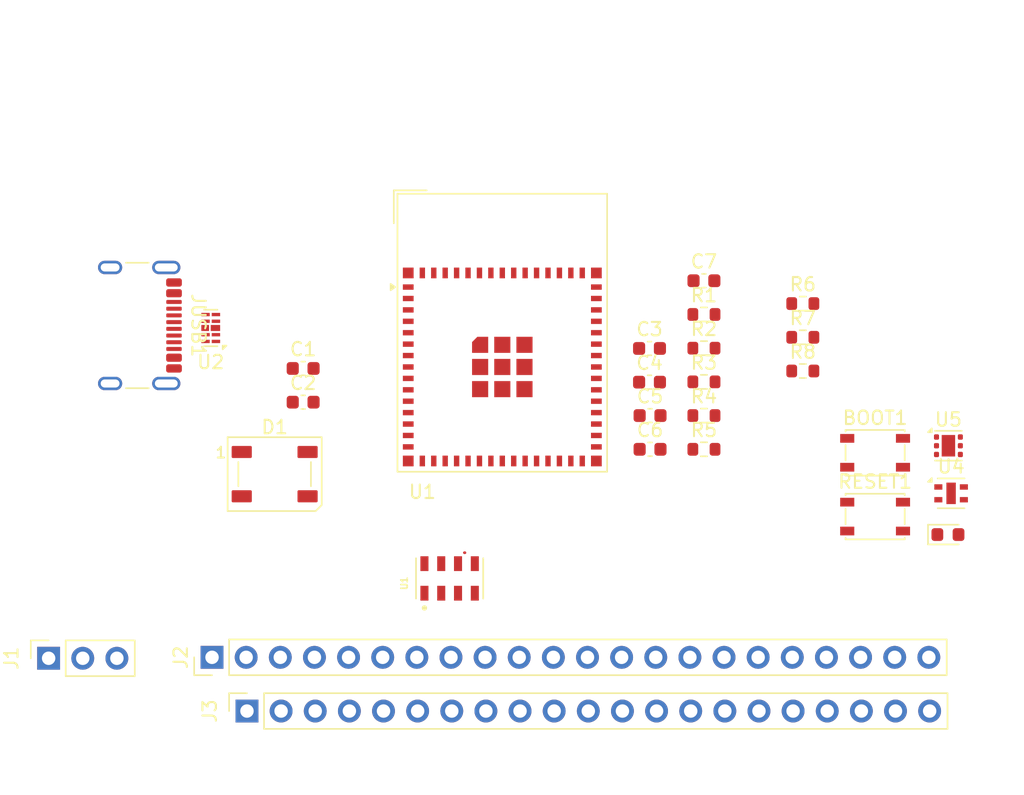
<source format=kicad_pcb>
(kicad_pcb (version 20241229) (generator "pcbnew") (generator_version "9.0")
  (layers (0 "F.Cu" signal) (2 "B.Cu" signal) (13 "F.Paste" user) (15 "B.Paste" user) (5 "F.SilkS" user "F.Silkscreen") (7 "B.SilkS" user "B.Silkscreen") (1 "F.Mask" user) (3 "B.Mask" user) (25 "Edge.Cuts" user))
  (net 0 "")
  (net 1 "Net-(U1-GND-Pad1)")
  (net 4 "GND")
  (net 5 "/3V3")
  (net 6 "/ESP32_EN")
  (net 7 "/GPIO0")
  (net 8 "/5VUSB")
  (net 10 "/GPIO48")
  (net 11 "Net-(D2-A)")
  (net 12 "Net-(JUSB1-CC2)")
  (net 13 "/USB_P")
  (net 15 "Net-(JUSB1-CC1)")
  (net 17 "/USB_N")
  (net 18 "/I2C_SCL")
  (net 19 "/I2C_SDA")
  (net 20 "Net-(U5-FB)")
  (net 24 "/GPIO4")
  (net 25 "/GPIO11")
  (net 26 "/GPIO21")
  (net 27 "/GPIO3")
  (net 28 "/GPIO34")
  (net 29 "/GPIO2")
  (net 30 "/GPIO47")
  (net 31 "/RXD")
  (net 32 "/GPIO5")
  (net 33 "/GPIO9")
  (net 34 "/GPIO45")
  (net 35 "/GPIO33")
  (net 36 "/GPIO12")
  (net 37 "/GPIO14")
  (net 38 "/GPIO35")
  (net 39 "/GPIO41")
  (net 40 "/GPIO15")
  (net 41 "/GPIO26")
  (net 42 "/GPIO37")
  (net 43 "/GPIO8")
  (net 44 "/GPIO42")
  (net 45 "/GPIO13")
  (net 46 "/GPIO16")
  (net 47 "/GPIO6")
  (net 48 "/GPIO38")
  (net 49 "/GPIO36")
  (net 50 "/GPIO10")
  (net 51 "/GPIO46")
  (net 52 "/GPIO39")
  (net 53 "/TXD")
  (net 54 "/GPIO7")
  (net 55 "/GPIO40")
  (net 56 "/GPIO1")
  (footprint "Capacitor_SMD:C_0603_1608Metric" (layer "F.Cu") (at 122.775 92.51)
    (property "Reference" "C4" (at 0 -1.43 0) (layer "F.SilkS"))
    (property "Value" "0.1uF")
    (fp_line (start -0.14058 -0.51) (end 0.14058 -0.51) (stroke (width 0.12)) (layer "F.SilkS"))
    (fp_line (start -0.14058 0.51) (end 0.14058 0.51) (stroke (width 0.12)) (layer "F.SilkS"))
    (pad "1" smd roundrect (at -0.775 0) (size 0.9 0.95) (layers "F.Cu" "F.Mask" "F.Paste") (net 7 "/GPIO0"))
    (pad "2" smd roundrect (at 0.775 0) (size 0.9 0.95) (layers "F.Cu" "F.Mask" "F.Paste") (net 4 "GND"))
  )
  (footprint "Resistor_SMD:R_0603_1608Metric" (layer "F.Cu") (at 134.1825 91.68)
    (property "Reference" "R8" (at 0 -1.43 0) (layer "F.SilkS"))
    (property "Value" "5.1k")
    (fp_line (start -0.237258 -0.5225) (end 0.237258 -0.5225) (stroke (width 0.12)) (layer "F.SilkS"))
    (fp_line (start -0.237258 0.5225) (end 0.237258 0.5225) (stroke (width 0.12)) (layer "F.SilkS"))
    (pad "1" smd roundrect (at -0.825 0) (size 0.8 0.95) (layers "F.Cu" "F.Mask" "F.Paste") (net 5 "/3V3"))
    (pad "2" smd roundrect (at 0.825 0) (size 0.8 0.95) (layers "F.Cu" "F.Mask" "F.Paste") (net 11 "Net-(D2-A)"))
  )
  (footprint "Capacitor_SMD:C_0603_1608Metric" (layer "F.Cu") (at 97 94)
    (property "Reference" "C2" (at 0 -1.43 0) (layer "F.SilkS"))
    (property "Value" "10uF")
    (fp_line (start -0.14058 -0.51) (end 0.14058 -0.51) (stroke (width 0.12)) (layer "F.SilkS"))
    (fp_line (start -0.14058 0.51) (end 0.14058 0.51) (stroke (width 0.12)) (layer "F.SilkS"))
    (pad "1" smd roundrect (at -0.775 0) (size 0.9 0.95) (layers "F.Cu" "F.Mask" "F.Paste") (net 5 "/3V3"))
    (pad "2" smd roundrect (at 0.775 0) (size 0.9 0.95) (layers "F.Cu" "F.Mask" "F.Paste") (net 4 "GND"))
  )
  (footprint "Package_DFN_QFN:AMS_QFN-4-1EP_2x2mm_P0.95mm_EP0.7x1.6mm" (layer "F.Cu") (at 145.2175 100.79)
    (property "Reference" "U4" (at 0 -2 0) (layer "F.SilkS"))
    (property "Value" "ENS210")
    (fp_line (start -1 1.11) (end 1 1.11) (stroke (width 0.12)) (layer "F.SilkS"))
    (fp_line (start 1 -1.11) (end -1 -1.11) (stroke (width 0.12)) (layer "F.SilkS"))
    (fp_poly (pts (xy -1.44 -0.86) (xy -1.72 -0.86) (xy -1.44 -1.14) (xy -1.44 -0.86)) (stroke (width 0.12)) (fill yes) (layer "F.SilkS"))
    (pad "1" smd rect (at -0.95 -0.475) (size 0.6 0.4) (layers "F.Cu" "F.Mask" "F.Paste") (net 5 "/3V3"))
    (pad "2" smd rect (at -0.95 0.475) (size 0.6 0.4) (layers "F.Cu" "F.Mask" "F.Paste") (net 18 "/I2C_SCL"))
    (pad "3" smd rect (at 0.95 0.475) (size 0.6 0.4) (layers "F.Cu" "F.Mask" "F.Paste") (net 19 "/I2C_SDA"))
    (pad "4" smd rect (at 0.95 -0.475) (size 0.6 0.4) (layers "F.Cu" "F.Mask" "F.Paste") (net 4 "GND"))
    (pad "5" smd rect (at 0 0) (size 0.7 1.6) (layers "F.Cu" "F.Mask") (net 4 "GND"))
  )
  (footprint "Connector_PinSocket_2.54mm:PinSocket_1x21_P2.54mm_Vertical" (layer "F.Cu") (at 92.82 117 90)
    (property "Reference" "J3" (at 0 -2.77 90) (layer "F.SilkS"))
    (property "Value" "Conn_01x21_Pin")
    (fp_line (start 1.33 -1.33) (end 1.33 0) (stroke (width 0.12)) (layer "F.SilkS"))
    (fp_line (start 0 -1.33) (end 1.33 -1.33) (stroke (width 0.12)) (layer "F.SilkS"))
    (fp_line (start 1.33 1.27) (end 1.33 52.13) (stroke (width 0.12)) (layer "F.SilkS"))
    (fp_line (start -1.33 1.27) (end 1.33 1.27) (stroke (width 0.12)) (layer "F.SilkS"))
    (fp_line (start -1.33 1.27) (end -1.33 52.13) (stroke (width 0.12)) (layer "F.SilkS"))
    (fp_line (start -1.33 52.13) (end 1.33 52.13) (stroke (width 0.12)) (layer "F.SilkS"))
    (pad "1" thru_hole rect (at 0 0 90) (size 1.7 1.7) (drill 1) (layers "*.Cu" "*.Mask") (net 4 "GND"))
    (pad "2" thru_hole oval (at 0 2.54 90) (size 1.7 1.7) (drill 1) (layers "*.Cu" "*.Mask") (net 6 "/ESP32_EN"))
    (pad "3" thru_hole oval (at 0 5.08 90) (size 1.7 1.7) (drill 1) (layers "*.Cu" "*.Mask") (net 51 "/GPIO46"))
    (pad "4" thru_hole oval (at 0 7.62 90) (size 1.7 1.7) (drill 1) (layers "*.Cu" "*.Mask") (net 34 "/GPIO45"))
    (pad "5" thru_hole oval (at 0 10.16 90) (size 1.7 1.7) (drill 1) (layers "*.Cu" "*.Mask") (net 31 "/RXD"))
    (pad "6" thru_hole oval (at 0 12.7 90) (size 1.7 1.7) (drill 1) (layers "*.Cu" "*.Mask") (net 53 "/TXD"))
    (pad "7" thru_hole oval (at 0 15.24 90) (size 1.7 1.7) (drill 1) (layers "*.Cu" "*.Mask") (net 44 "/GPIO42"))
    (pad "8" thru_hole oval (at 0 17.78 90) (size 1.7 1.7) (drill 1) (layers "*.Cu" "*.Mask") (net 39 "/GPIO41"))
    (pad "9" thru_hole oval (at 0 20.32 90) (size 1.7 1.7) (drill 1) (layers "*.Cu" "*.Mask") (net 55 "/GPIO40"))
    (pad "10" thru_hole oval (at 0 22.86 90) (size 1.7 1.7) (drill 1) (layers "*.Cu" "*.Mask") (net 52 "/GPIO39"))
    (pad "11" thru_hole oval (at 0 25.4 90) (size 1.7 1.7) (drill 1) (layers "*.Cu" "*.Mask") (net 48 "/GPIO38"))
    (pad "12" thru_hole oval (at 0 27.94 90) (size 1.7 1.7) (drill 1) (layers "*.Cu" "*.Mask") (net 42 "/GPIO37"))
    (pad "13" thru_hole oval (at 0 30.48 90) (size 1.7 1.7) (drill 1) (layers "*.Cu" "*.Mask") (net 49 "/GPIO36"))
    (pad "14" thru_hole oval (at 0 33.02 90) (size 1.7 1.7) (drill 1) (layers "*.Cu" "*.Mask") (net 38 "/GPIO35"))
    (pad "15" thru_hole oval (at 0 35.56 90) (size 1.7 1.7) (drill 1) (layers "*.Cu" "*.Mask") (net 28 "/GPIO34"))
    (pad "16" thru_hole oval (at 0 38.1 90) (size 1.7 1.7) (drill 1) (layers "*.Cu" "*.Mask") (net 35 "/GPIO33"))
    (pad "17" thru_hole oval (at 0 40.64 90) (size 1.7 1.7) (drill 1) (layers "*.Cu" "*.Mask") (net 41 "/GPIO26"))
    (pad "18" thru_hole oval (at 0 43.18 90) (size 1.7 1.7) (drill 1) (layers "*.Cu" "*.Mask") (net 26 "/GPIO21"))
    (pad "19" thru_hole oval (at 0 45.72 90) (size 1.7 1.7) (drill 1) (layers "*.Cu" "*.Mask"))
    (pad "20" thru_hole oval (at 0 48.26 90) (size 1.7 1.7) (drill 1) (layers "*.Cu" "*.Mask"))
    (pad "21" thru_hole oval (at 0 50.8 90) (size 1.7 1.7) (drill 1) (layers "*.Cu" "*.Mask") (net 10 "/GPIO48"))
  )
  (footprint "Button_Switch_SMD:SW_SPST_PTS810" (layer "F.Cu") (at 139.5625 97.77)
    (property "Reference" "BOOT1" (at 0 -2.6 0) (layer "F.SilkS"))
    (property "Value" "~")
    (fp_line (start -2.2 -1.7) (end -2.2 -1.58) (stroke (width 0.12)) (layer "F.SilkS"))
    (fp_line (start -2.2 -0.57) (end -2.2 0.57) (stroke (width 0.12)) (layer "F.SilkS"))
    (fp_line (start -2.2 1.58) (end -2.2 1.7) (stroke (width 0.12)) (layer "F.SilkS"))
    (fp_line (start -2.2 1.7) (end 2.2 1.7) (stroke (width 0.12)) (layer "F.SilkS"))
    (fp_line (start 2.2 -1.7) (end -2.2 -1.7) (stroke (width 0.12)) (layer "F.SilkS"))
    (fp_line (start 2.2 -1.58) (end 2.2 -1.7) (stroke (width 0.12)) (layer "F.SilkS"))
    (fp_line (start 2.2 0.57) (end 2.2 -0.57) (stroke (width 0.12)) (layer "F.SilkS"))
    (fp_line (start 2.2 1.7) (end 2.2 1.58) (stroke (width 0.12)) (layer "F.SilkS"))
    (pad "1" smd rect (at -2.075 -1.075) (size 1.05 0.65) (layers "F.Cu" "F.Mask" "F.Paste") (net 4 "GND"))
    (pad "1" smd rect (at 2.075 -1.075) (size 1.05 0.65) (layers "F.Cu" "F.Mask" "F.Paste") (net 4 "GND"))
    (pad "2" smd rect (at -2.075 1.075) (size 1.05 0.65) (layers "F.Cu" "F.Mask" "F.Paste") (net 4 "GND"))
    (pad "2" smd rect (at 2.075 1.075) (size 1.05 0.65) (layers "F.Cu" "F.Mask" "F.Paste") (net 4 "GND"))
  )
  (footprint "Capacitor_SMD:C_0603_1608Metric" (layer "F.Cu") (at 126.825 84.96)
    (property "Reference" "C7" (at 0 -1.43 0) (layer "F.SilkS"))
    (property "Value" "10uF")
    (fp_line (start -0.14058 -0.51) (end 0.14058 -0.51) (stroke (width 0.12)) (layer "F.SilkS"))
    (fp_line (start -0.14058 0.51) (end 0.14058 0.51) (stroke (width 0.12)) (layer "F.SilkS"))
    (pad "1" smd roundrect (at -0.775 0) (size 0.9 0.95) (layers "F.Cu" "F.Mask" "F.Paste") (net 5 "/3V3"))
    (pad "2" smd roundrect (at 0.775 0) (size 0.9 0.95) (layers "F.Cu" "F.Mask" "F.Paste") (net 4 "GND"))
  )
  (footprint "Resistor_SMD:R_0603_1608Metric" (layer "F.Cu") (at 126.825 87.47)
    (property "Reference" "R1" (at 0 -1.43 0) (layer "F.SilkS"))
    (property "Value" "5.1k")
    (fp_line (start -0.237258 -0.5225) (end 0.237258 -0.5225) (stroke (width 0.12)) (layer "F.SilkS"))
    (fp_line (start -0.237258 0.5225) (end 0.237258 0.5225) (stroke (width 0.12)) (layer "F.SilkS"))
    (pad "1" smd roundrect (at -0.825 0) (size 0.8 0.95) (layers "F.Cu" "F.Mask" "F.Paste") (net 12 "Net-(JUSB1-CC2)"))
    (pad "2" smd roundrect (at 0.825 0) (size 0.8 0.95) (layers "F.Cu" "F.Mask" "F.Paste") (net 4 "GND"))
  )
  (footprint "Capacitor_SMD:C_0603_1608Metric" (layer "F.Cu") (at 122.775 90)
    (property "Reference" "C3" (at 0 -1.43 0) (layer "F.SilkS"))
    (property "Value" "0.1uF")
    (fp_line (start -0.14058 -0.51) (end 0.14058 -0.51) (stroke (width 0.12)) (layer "F.SilkS"))
    (fp_line (start -0.14058 0.51) (end 0.14058 0.51) (stroke (width 0.12)) (layer "F.SilkS"))
    (pad "1" smd roundrect (at -0.775 0) (size 0.9 0.95) (layers "F.Cu" "F.Mask" "F.Paste") (net 6 "/ESP32_EN"))
    (pad "2" smd roundrect (at 0.775 0) (size 0.9 0.95) (layers "F.Cu" "F.Mask" "F.Paste") (net 4 "GND"))
  )
  (footprint "MS860702BA01-50:TE_MS860702BA01-50" (layer "F.Cu") (at 107.9 107.125 90)
    (property "Reference" "U1" (at -0.366363 -3.368176 90) (layer "F.SilkS") (effects (font (size 0.480481 0.480481))))
    (property "Value" "MS860702BA01-50")
    (fp_line (start -1.5 -2.5) (end 1.5 -2.5) (stroke (width 0.127)) (layer "F.SilkS"))
    (fp_line (start -1.5 2.5) (end 1.5 2.5) (stroke (width 0.127)) (layer "F.SilkS"))
    (fp_circle (center -2.2 -1.875) (end -2.1 -1.875) (stroke (width 0.2)) (fill no) (layer "F.SilkS"))
    (pad "1" smd rect (at -1.1 -1.875 90) (size 1.1 0.6) (layers "F.Cu" "F.Mask" "F.Paste") (net 5 "/3V3"))
    (pad "2" smd rect (at -1.1 -0.625 90) (size 1.1 0.6) (layers "F.Cu" "F.Mask" "F.Paste"))
    (pad "3" smd rect (at -1.1 0.625 90) (size 1.1 0.6) (layers "F.Cu" "F.Mask" "F.Paste") (net 4 "GND"))
    (pad "4" smd rect (at -1.1 1.875 90) (size 1.1 0.6) (layers "F.Cu" "F.Mask" "F.Paste"))
    (pad "5" smd rect (at 1.1 1.875 90) (size 1.1 0.6) (layers "F.Cu" "F.Mask" "F.Paste"))
    (pad "6" smd rect (at 1.1 0.625 90) (size 1.1 0.6) (layers "F.Cu" "F.Mask" "F.Paste"))
    (pad "7" smd rect (at 1.1 -0.625 90) (size 1.1 0.6) (layers "F.Cu" "F.Mask" "F.Paste") (net 19 "/I2C_SDA"))
    (pad "8" smd rect (at 1.1 -1.875 90) (size 1.1 0.6) (layers "F.Cu" "F.Mask" "F.Paste") (net 18 "/I2C_SCL"))
  )
  (footprint "Package_SON:WSON-6-1EP_2x2mm_P0.65mm_EP1x1.6mm" (layer "F.Cu") (at 145.0175 97.245)
    (property "Reference" "U5" (at 0 -1.95 0) (layer "F.SilkS"))
    (property "Value" "TLV75801PDRV")
    (fp_line (start -1 -1.11) (end 1 -1.11) (stroke (width 0.12)) (layer "F.SilkS"))
    (fp_line (start -1 1.11) (end 1 1.11) (stroke (width 0.12)) (layer "F.SilkS"))
    (fp_poly (pts (xy -1.24 -1.01) (xy -1.52 -1.01) (xy -1.24 -1.29) (xy -1.24 -1.01)) (stroke (width 0.12)) (fill yes) (layer "F.SilkS"))
    (pad "1" smd roundrect (at -0.8875 -0.65) (size 0.375 0.4) (layers "F.Cu" "F.Mask" "F.Paste") (net 5 "/3V3"))
    (pad "2" smd roundrect (at -0.8875 0) (size 0.375 0.4) (layers "F.Cu" "F.Mask" "F.Paste") (net 20 "Net-(U5-FB)"))
    (pad "3" smd roundrect (at -0.8875 0.65) (size 0.375 0.4) (layers "F.Cu" "F.Mask" "F.Paste") (net 4 "GND"))
    (pad "4" smd roundrect (at 0.8875 0.65) (size 0.375 0.4) (layers "F.Cu" "F.Mask" "F.Paste") (net 8 "/5VUSB"))
    (pad "5" smd roundrect (at 0.8875 0) (size 0.375 0.4) (layers "F.Cu" "F.Mask" "F.Paste"))
    (pad "6" smd roundrect (at 0.8875 -0.65) (size 0.375 0.4) (layers "F.Cu" "F.Mask" "F.Paste") (net 8 "/5VUSB"))
    (pad "7" smd rect (at 0 0) (size 1 1.6) (property pad_prop_heatsink) (layers "F.Cu" "F.Mask") (net 4 "GND"))
  )
  (footprint "Capacitor_SMD:C_0603_1608Metric" (layer "F.Cu") (at 122.815 95)
    (property "Reference" "C5" (at 0 -1.43 0) (layer "F.SilkS"))
    (property "Value" "0.1uF")
    (fp_line (start -0.14058 -0.51) (end 0.14058 -0.51) (stroke (width 0.12)) (layer "F.SilkS"))
    (fp_line (start -0.14058 0.51) (end 0.14058 0.51) (stroke (width 0.12)) (layer "F.SilkS"))
    (pad "1" smd roundrect (at -0.775 0) (size 0.9 0.95) (layers "F.Cu" "F.Mask" "F.Paste") (net 5 "/3V3"))
    (pad "2" smd roundrect (at 0.775 0) (size 0.9 0.95) (layers "F.Cu" "F.Mask" "F.Paste") (net 4 "GND"))
  )
  (footprint "Resistor_SMD:R_0603_1608Metric" (layer "F.Cu") (at 134.1825 86.66)
    (property "Reference" "R6" (at 0 -1.43 0) (layer "F.SilkS"))
    (property "Value" "1M")
    (fp_line (start -0.237258 -0.5225) (end 0.237258 -0.5225) (stroke (width 0.12)) (layer "F.SilkS"))
    (fp_line (start -0.237258 0.5225) (end 0.237258 0.5225) (stroke (width 0.12)) (layer "F.SilkS"))
    (pad "1" smd roundrect (at -0.825 0) (size 0.8 0.95) (layers "F.Cu" "F.Mask" "F.Paste") (net 20 "Net-(U5-FB)"))
    (pad "2" smd roundrect (at 0.825 0) (size 0.8 0.95) (layers "F.Cu" "F.Mask" "F.Paste") (net 5 "/3V3"))
  )
  (footprint "LED_SMD:LED_0603_1608Metric" (layer "F.Cu") (at 144.9825 103.86)
    (property "Reference" "D2" (hide yes))
    (property "Value" "LED")
    (fp_line (start -1.485 -0.735) (end -1.485 0.735) (stroke (width 0.12)) (layer "F.SilkS"))
    (fp_line (start -1.485 0.735) (end 0.8 0.735) (stroke (width 0.12)) (layer "F.SilkS"))
    (fp_line (start 0.8 -0.735) (end -1.485 -0.735) (stroke (width 0.12)) (layer "F.SilkS"))
    (pad "1" smd roundrect (at -0.7875 0) (size 0.875 0.95) (layers "F.Cu" "F.Mask" "F.Paste") (net 4 "GND"))
    (pad "2" smd roundrect (at 0.7875 0) (size 0.875 0.95) (layers "F.Cu" "F.Mask" "F.Paste") (net 11 "Net-(D2-A)"))
  )
  (footprint "Capacitor_SMD:C_0603_1608Metric" (layer "F.Cu") (at 97 91.49)
    (property "Reference" "C1" (at 0 -1.43 0) (layer "F.SilkS"))
    (property "Value" "0.1uF")
    (fp_line (start -0.14058 -0.51) (end 0.14058 -0.51) (stroke (width 0.12)) (layer "F.SilkS"))
    (fp_line (start -0.14058 0.51) (end 0.14058 0.51) (stroke (width 0.12)) (layer "F.SilkS"))
    (pad "1" smd roundrect (at -0.775 0) (size 0.9 0.95) (layers "F.Cu" "F.Mask" "F.Paste") (net 5 "/3V3"))
    (pad "2" smd roundrect (at 0.775 0) (size 0.9 0.95) (layers "F.Cu" "F.Mask" "F.Paste") (net 4 "GND"))
  )
  (footprint "RF_Module:ESP32-S2-MINI-1" (layer "F.Cu") (at 111.82 88.83)
    (property "Reference" "U1" (at -5.95 11.85 0) (layer "F.SilkS"))
    (property "Value" "ESP32-S3-MINI-1")
    (fp_line (start -8.075 -10.6) (end -8.075 -8.15) (stroke (width 0.12)) (layer "F.SilkS"))
    (fp_line (start -8.075 -10.6) (end -5.625 -10.6) (stroke (width 0.12)) (layer "F.SilkS"))
    (fp_line (start -7.8 -10.35) (end 7.8 -10.35) (stroke (width 0.12)) (layer "F.SilkS"))
    (fp_line (start -7.8 10.35) (end -7.8 -10.35) (stroke (width 0.12)) (layer "F.SilkS"))
    (fp_line (start 7.8 -10.35) (end 7.8 10.35) (stroke (width 0.12)) (layer "F.SilkS"))
    (fp_line (start 7.8 10.35) (end -7.8 10.35) (stroke (width 0.12)) (layer "F.SilkS"))
    (fp_poly (pts (xy -7.975 -3.4) (xy -8.311 -3.16) (xy -8.311 -3.64) (xy -7.975 -3.4)) (stroke (width 0.12)) (fill yes) (layer "F.SilkS"))
    (pad "1" smd rect (at -7 -3.4) (size 0.8 0.4) (layers "F.Cu" "F.Mask" "F.Paste") (net 1 "Net-(U1-GND-Pad1)"))
    (pad "2" smd rect (at -7 -2.55) (size 0.8 0.4) (layers "F.Cu" "F.Mask" "F.Paste") (net 1 "Net-(U1-GND-Pad1)"))
    (pad "3" smd rect (at -7 -1.7) (size 0.8 0.4) (layers "F.Cu" "F.Mask" "F.Paste"))
    (pad "4" smd rect (at -7 -0.85) (size 0.8 0.4) (layers "F.Cu" "F.Mask" "F.Paste"))
    (pad "5" smd rect (at -7 0) (size 0.8 0.4) (layers "F.Cu" "F.Mask" "F.Paste") (net 7 "/GPIO0"))
    (pad "6" smd rect (at -7 0.85) (size 0.8 0.4) (layers "F.Cu" "F.Mask" "F.Paste") (net 56 "/GPIO1"))
    (pad "7" smd rect (at -7 1.7) (size 0.8 0.4) (layers "F.Cu" "F.Mask" "F.Paste") (net 29 "/GPIO2"))
    (pad "8" smd rect (at -7 2.55) (size 0.8 0.4) (layers "F.Cu" "F.Mask" "F.Paste") (net 27 "/GPIO3"))
    (pad "9" smd rect (at -7 3.4) (size 0.8 0.4) (layers "F.Cu" "F.Mask" "F.Paste") (net 24 "/GPIO4"))
    (pad "10" smd rect (at -7 4.25) (size 0.8 0.4) (layers "F.Cu" "F.Mask" "F.Paste") (net 32 "/GPIO5"))
    (pad "11" smd rect (at -7 5.1) (size 0.8 0.4) (layers "F.Cu" "F.Mask" "F.Paste") (net 47 "/GPIO6"))
    (pad "12" smd rect (at -7 5.95) (size 0.8 0.4) (layers "F.Cu" "F.Mask" "F.Paste") (net 54 "/GPIO7"))
    (pad "13" smd rect (at -7 6.8) (size 0.8 0.4) (layers "F.Cu" "F.Mask" "F.Paste") (net 43 "/GPIO8"))
    (pad "14" smd rect (at -7 7.65) (size 0.8 0.4) (layers "F.Cu" "F.Mask" "F.Paste") (net 33 "/GPIO9"))
    (pad "15" smd rect (at -7 8.5) (size 0.8 0.4) (layers "F.Cu" "F.Mask" "F.Paste") (net 50 "/GPIO10"))
    (pad "16" smd rect (at -5.95 9.55 90) (size 0.8 0.4) (layers "F.Cu" "F.Mask" "F.Paste") (net 25 "/GPIO11"))
    (pad "17" smd rect (at -5.1 9.55 90) (size 0.8 0.4) (layers "F.Cu" "F.Mask" "F.Paste") (net 36 "/GPIO12"))
    (pad "18" smd rect (at -4.25 9.55 90) (size 0.8 0.4) (layers "F.Cu" "F.Mask" "F.Paste") (net 45 "/GPIO13"))
    (pad "19" smd rect (at -3.4 9.55 90) (size 0.8 0.4) (layers "F.Cu" "F.Mask" "F.Paste") (net 37 "/GPIO14"))
    (pad "20" smd rect (at -2.55 9.55 90) (size 0.8 0.4) (layers "F.Cu" "F.Mask" "F.Paste") (net 40 "/GPIO15"))
    (pad "21" smd rect (at -1.7 9.55 90) (size 0.8 0.4) (layers "F.Cu" "F.Mask" "F.Paste") (net 46 "/GPIO16"))
    (pad "22" smd rect (at -0.85 9.55 90) (size 0.8 0.4) (layers "F.Cu" "F.Mask" "F.Paste") (net 18 "/I2C_SCL"))
    (pad "23" smd rect (at 0 9.55 90) (size 0.8 0.4) (layers "F.Cu" "F.Mask" "F.Paste") (net 17 "/USB_N"))
    (pad "24" smd rect (at 0.85 9.55 90) (size 0.8 0.4) (layers "F.Cu" "F.Mask" "F.Paste") (net 13 "/USB_P"))
    (pad "25" smd rect (at 1.7 9.55 90) (size 0.8 0.4) (layers "F.Cu" "F.Mask" "F.Paste") (net 26 "/GPIO21"))
    (pad "26" smd rect (at 2.55 9.55 90) (size 0.8 0.4) (layers "F.Cu" "F.Mask" "F.Paste") (net 41 "/GPIO26"))
    (pad "27" smd rect (at 3.4 9.55 90) (size 0.8 0.4) (layers "F.Cu" "F.Mask" "F.Paste") (net 30 "/GPIO47"))
    (pad "28" smd rect (at 4.25 9.55 90) (size 0.8 0.4) (layers "F.Cu" "F.Mask" "F.Paste") (net 35 "/GPIO33"))
    (pad "29" smd rect (at 5.1 9.55 90) (size 0.8 0.4) (layers "F.Cu" "F.Mask" "F.Paste") (net 28 "/GPIO34"))
    (pad "30" smd rect (at 5.95 9.55 90) (size 0.8 0.4) (layers "F.Cu" "F.Mask" "F.Paste") (net 10 "/GPIO48"))
    (pad "31" smd rect (at 7 8.5) (size 0.8 0.4) (layers "F.Cu" "F.Mask" "F.Paste") (net 38 "/GPIO35"))
    (pad "32" smd rect (at 7 7.65) (size 0.8 0.4) (layers "F.Cu" "F.Mask" "F.Paste") (net 49 "/GPIO36"))
    (pad "33" smd rect (at 7 6.8) (size 0.8 0.4) (layers "F.Cu" "F.Mask" "F.Paste") (net 42 "/GPIO37"))
    (pad "34" smd rect (at 7 5.95) (size 0.8 0.4) (layers "F.Cu" "F.Mask" "F.Paste") (net 48 "/GPIO38"))
    (pad "35" smd rect (at 7 5.1) (size 0.8 0.4) (layers "F.Cu" "F.Mask" "F.Paste") (net 52 "/GPIO39"))
    (pad "36" smd rect (at 7 4.25) (size 0.8 0.4) (layers "F.Cu" "F.Mask" "F.Paste") (net 55 "/GPIO40"))
    (pad "37" smd rect (at 7 3.4) (size 0.8 0.4) (layers "F.Cu" "F.Mask" "F.Paste") (net 39 "/GPIO41"))
    (pad "38" smd rect (at 7 2.55) (size 0.8 0.4) (layers "F.Cu" "F.Mask" "F.Paste") (net 44 "/GPIO42"))
    (pad "39" smd rect (at 7 1.7) (size 0.8 0.4) (layers "F.Cu" "F.Mask" "F.Paste") (net 53 "/TXD"))
    (pad "40" smd rect (at 7 0.85) (size 0.8 0.4) (layers "F.Cu" "F.Mask" "F.Paste") (net 31 "/RXD"))
    (pad "41" smd rect (at 7 0) (size 0.8 0.4) (layers "F.Cu" "F.Mask" "F.Paste") (net 34 "/GPIO45"))
    (pad "42" smd rect (at 7 -0.85) (size 0.8 0.4) (layers "F.Cu" "F.Mask" "F.Paste") (net 1 "Net-(U1-GND-Pad1)"))
    (pad "43" smd rect (at 7 -1.7) (size 0.8 0.4) (layers "F.Cu" "F.Mask" "F.Paste") (net 1 "Net-(U1-GND-Pad1)"))
    (pad "44" smd rect (at 7 -2.55) (size 0.8 0.4) (layers "F.Cu" "F.Mask" "F.Paste") (net 51 "/GPIO46"))
    (pad "45" smd rect (at 7 -3.4) (size 0.8 0.4) (layers "F.Cu" "F.Mask" "F.Paste") (net 6 "/ESP32_EN"))
    (pad "46" smd rect (at 5.95 -4.45 90) (size 0.8 0.4) (layers "F.Cu" "F.Mask" "F.Paste") (net 1 "Net-(U1-GND-Pad1)"))
    (pad "47" smd rect (at 5.1 -4.45 90) (size 0.8 0.4) (layers "F.Cu" "F.Mask" "F.Paste") (net 1 "Net-(U1-GND-Pad1)"))
    (pad "48" smd rect (at 4.25 -4.45 90) (size 0.8 0.4) (layers "F.Cu" "F.Mask" "F.Paste") (net 1 "Net-(U1-GND-Pad1)"))
    (pad "49" smd rect (at 3.4 -4.45 90) (size 0.8 0.4) (layers "F.Cu" "F.Mask" "F.Paste") (net 1 "Net-(U1-GND-Pad1)"))
    (pad "50" smd rect (at 2.55 -4.45 90) (size 0.8 0.4) (layers "F.Cu" "F.Mask" "F.Paste") (net 1 "Net-(U1-GND-Pad1)"))
    (pad "51" smd rect (at 1.7 -4.45 90) (size 0.8 0.4) (layers "F.Cu" "F.Mask" "F.Paste") (net 1 "Net-(U1-GND-Pad1)"))
    (pad "52" smd rect (at 0.85 -4.45 90) (size 0.8 0.4) (layers "F.Cu" "F.Mask" "F.Paste") (net 1 "Net-(U1-GND-Pad1)"))
    (pad "53" smd rect (at 0 -4.45 90) (size 0.8 0.4) (layers "F.Cu" "F.Mask" "F.Paste") (net 1 "Net-(U1-GND-Pad1)"))
    (pad "54" smd rect (at -0.85 -4.45 90) (size 0.8 0.4) (layers "F.Cu" "F.Mask" "F.Paste") (net 1 "Net-(U1-GND-Pad1)"))
    (pad "55" smd rect (at -1.7 -4.45 90) (size 0.8 0.4) (layers "F.Cu" "F.Mask" "F.Paste") (net 1 "Net-(U1-GND-Pad1)"))
    (pad "56" smd rect (at -2.55 -4.45 90) (size 0.8 0.4) (layers "F.Cu" "F.Mask" "F.Paste") (net 1 "Net-(U1-GND-Pad1)"))
    (pad "57" smd rect (at -3.4 -4.45 90) (size 0.8 0.4) (layers "F.Cu" "F.Mask" "F.Paste") (net 1 "Net-(U1-GND-Pad1)"))
    (pad "58" smd rect (at -4.25 -4.45 90) (size 0.8 0.4) (layers "F.Cu" "F.Mask" "F.Paste") (net 1 "Net-(U1-GND-Pad1)"))
    (pad "59" smd rect (at -5.1 -4.45 90) (size 0.8 0.4) (layers "F.Cu" "F.Mask" "F.Paste") (net 1 "Net-(U1-GND-Pad1)"))
    (pad "60" smd rect (at -5.95 -4.45 90) (size 0.8 0.4) (layers "F.Cu" "F.Mask" "F.Paste") (net 1 "Net-(U1-GND-Pad1)"))
    (pad "61" smd roundrect (at -1.65 0.9) (size 1.2 1.2) (property pad_prop_heatsink) (layers "F.Cu" "F.Mask" "F.Paste") (roundrect_rratio 0) (chamfer_ratio 0.33) (chamfer top_left) (net 1 "Net-(U1-GND-Pad1)"))
    (pad "61" smd rect (at -1.65 2.55) (size 1.2 1.2) (property pad_prop_heatsink) (layers "F.Cu" "F.Mask" "F.Paste") (net 1 "Net-(U1-GND-Pad1)"))
    (pad "61" smd rect (at -1.65 4.2) (size 1.2 1.2) (property pad_prop_heatsink) (layers "F.Cu" "F.Mask" "F.Paste") (net 1 "Net-(U1-GND-Pad1)"))
    (pad "61" smd rect (at 0 0.9) (size 1.2 1.2) (property pad_prop_heatsink) (layers "F.Cu" "F.Mask" "F.Paste") (net 1 "Net-(U1-GND-Pad1)"))
    (pad "61" smd rect (at 0 2.55) (size 1.2 1.2) (property pad_prop_heatsink) (layers "F.Cu" "F.Mask" "F.Paste") (net 1 "Net-(U1-GND-Pad1)"))
    (pad "61" smd rect (at 0 4.2) (size 1.2 1.2) (property pad_prop_heatsink) (layers "F.Cu" "F.Mask" "F.Paste") (net 1 "Net-(U1-GND-Pad1)"))
    (pad "61" smd rect (at 1.65 0.9) (size 1.2 1.2) (property pad_prop_heatsink) (layers "F.Cu" "F.Mask" "F.Paste") (net 1 "Net-(U1-GND-Pad1)"))
    (pad "61" smd rect (at 1.65 2.55) (size 1.2 1.2) (property pad_prop_heatsink) (layers "F.Cu" "F.Mask" "F.Paste") (net 1 "Net-(U1-GND-Pad1)"))
    (pad "61" smd rect (at 1.65 4.2) (size 1.2 1.2) (property pad_prop_heatsink) (layers "F.Cu" "F.Mask" "F.Paste") (net 1 "Net-(U1-GND-Pad1)"))
    (pad "62" smd rect (at -7 -4.45) (size 0.8 0.8) (layers "F.Cu" "F.Mask" "F.Paste") (net 1 "Net-(U1-GND-Pad1)"))
    (pad "63" smd rect (at -7 9.55) (size 0.8 0.8) (layers "F.Cu" "F.Mask" "F.Paste") (net 1 "Net-(U1-GND-Pad1)"))
    (pad "64" smd rect (at 7 9.55) (size 0.8 0.8) (layers "F.Cu" "F.Mask" "F.Paste") (net 1 "Net-(U1-GND-Pad1)"))
    (pad "65" smd rect (at 7 -4.45) (size 0.8 0.8) (layers "F.Cu" "F.Mask" "F.Paste") (net 1 "Net-(U1-GND-Pad1)"))
  )
  (footprint "Resistor_SMD:R_0603_1608Metric" (layer "F.Cu") (at 126.825 89.98)
    (property "Reference" "R2" (at 0 -1.43 0) (layer "F.SilkS"))
    (property "Value" "5.1k")
    (fp_line (start -0.237258 -0.5225) (end 0.237258 -0.5225) (stroke (width 0.12)) (layer "F.SilkS"))
    (fp_line (start -0.237258 0.5225) (end 0.237258 0.5225) (stroke (width 0.12)) (layer "F.SilkS"))
    (pad "1" smd roundrect (at -0.825 0) (size 0.8 0.95) (layers "F.Cu" "F.Mask" "F.Paste") (net 15 "Net-(JUSB1-CC1)"))
    (pad "2" smd roundrect (at 0.825 0) (size 0.8 0.95) (layers "F.Cu" "F.Mask" "F.Paste") (net 4 "GND"))
  )
  (footprint "Capacitor_SMD:C_0603_1608Metric" (layer "F.Cu") (at 122.815 97.51)
    (property "Reference" "C6" (at 0 -1.43 0) (layer "F.SilkS"))
    (property "Value" "10uF")
    (fp_line (start -0.14058 -0.51) (end 0.14058 -0.51) (stroke (width 0.12)) (layer "F.SilkS"))
    (fp_line (start -0.14058 0.51) (end 0.14058 0.51) (stroke (width 0.12)) (layer "F.SilkS"))
    (pad "1" smd roundrect (at -0.775 0) (size 0.9 0.95) (layers "F.Cu" "F.Mask" "F.Paste") (net 8 "/5VUSB"))
    (pad "2" smd roundrect (at 0.775 0) (size 0.9 0.95) (layers "F.Cu" "F.Mask" "F.Paste") (net 4 "GND"))
  )
  (footprint "Connector_USB:USB_C_Receptacle_GCT_USB4105-xx-A_16P_TopMnt_Horizontal" (layer "F.Cu") (at 83.71 88.29 -90)
    (property "Reference" "JUSB1" (at 0 -5.5 270) (layer "F.SilkS"))
    (property "Value" "USB_C_Receptacle_USB2.0")
    (fp_line (start -4.67 -0.1) (end -4.67 -1.8) (stroke (width 0.12)) (layer "F.SilkS"))
    (fp_line (start 4.67 -0.1) (end 4.67 -1.8) (stroke (width 0.12)) (layer "F.SilkS"))
    (pad "" np_thru_hole circle (at -2.89 -2.605 270) (size 0.65 0.65) (drill 0.65) (layers "*.Cu" "*.Mask"))
    (pad "" np_thru_hole circle (at 2.89 -2.605 270) (size 0.65 0.65) (drill 0.65) (layers "*.Cu" "*.Mask"))
    (pad "A1" smd roundrect (at -3.2 -3.68 270) (size 0.6 1.15) (layers "F.Cu" "F.Mask" "F.Paste") (net 4 "GND"))
    (pad "A4" smd roundrect (at -2.4 -3.68 270) (size 0.6 1.15) (layers "F.Cu" "F.Mask" "F.Paste") (net 8 "/5VUSB"))
    (pad "A5" smd roundrect (at -1.25 -3.68 270) (size 0.3 1.15) (layers "F.Cu" "F.Mask" "F.Paste") (net 15 "Net-(JUSB1-CC1)"))
    (pad "A6" smd roundrect (at -0.25 -3.68 270) (size 0.3 1.15) (layers "F.Cu" "F.Mask" "F.Paste") (net 13 "/USB_P"))
    (pad "A7" smd roundrect (at 0.25 -3.68 270) (size 0.3 1.15) (layers "F.Cu" "F.Mask" "F.Paste") (net 17 "/USB_N"))
    (pad "A8" smd roundrect (at 1.25 -3.68 270) (size 0.3 1.15) (layers "F.Cu" "F.Mask" "F.Paste"))
    (pad "A9" smd roundrect (at 2.4 -3.68 270) (size 0.6 1.15) (layers "F.Cu" "F.Mask" "F.Paste") (net 8 "/5VUSB"))
    (pad "A12" smd roundrect (at 3.2 -3.68 270) (size 0.6 1.15) (layers "F.Cu" "F.Mask" "F.Paste") (net 4 "GND"))
    (pad "B1" smd roundrect (at 3.2 -3.68 270) (size 0.6 1.15) (layers "F.Cu" "F.Mask" "F.Paste") (net 4 "GND"))
    (pad "B4" smd roundrect (at 2.4 -3.68 270) (size 0.6 1.15) (layers "F.Cu" "F.Mask" "F.Paste") (net 8 "/5VUSB"))
    (pad "B5" smd roundrect (at 1.75 -3.68 270) (size 0.3 1.15) (layers "F.Cu" "F.Mask" "F.Paste") (net 12 "Net-(JUSB1-CC2)"))
    (pad "B6" smd roundrect (at 0.75 -3.68 270) (size 0.3 1.15) (layers "F.Cu" "F.Mask" "F.Paste") (net 13 "/USB_P"))
    (pad "B7" smd roundrect (at -0.75 -3.68 270) (size 0.3 1.15) (layers "F.Cu" "F.Mask" "F.Paste") (net 17 "/USB_N"))
    (pad "B8" smd roundrect (at -1.75 -3.68 270) (size 0.3 1.15) (layers "F.Cu" "F.Mask" "F.Paste"))
    (pad "B9" smd roundrect (at -2.4 -3.68 270) (size 0.6 1.15) (layers "F.Cu" "F.Mask" "F.Paste") (net 8 "/5VUSB"))
    (pad "B12" smd roundrect (at -3.2 -3.68 270) (size 0.6 1.15) (layers "F.Cu" "F.Mask" "F.Paste") (net 4 "GND"))
    (pad "S1" thru_hole oval (at -4.32 -3.105 270) (size 1 2.1) (drill oval 0.6 1.7) (property pad_prop_heatsink) (layers "*.Cu" "*.Mask" "F.Paste") (net 4 "GND"))
    (pad "S1" thru_hole oval (at -4.32 1.075 270) (size 1 1.8) (drill oval 0.6 1.4) (property pad_prop_heatsink) (layers "*.Cu" "*.Mask" "F.Paste") (net 4 "GND"))
    (pad "S1" thru_hole oval (at 4.32 -3.105 270) (size 1 2.1) (drill oval 0.6 1.7) (property pad_prop_heatsink) (layers "*.Cu" "*.Mask" "F.Paste") (net 4 "GND"))
    (pad "S1" thru_hole oval (at 4.32 1.075 270) (size 1 1.8) (drill oval 0.6 1.4) (property pad_prop_heatsink) (layers "*.Cu" "*.Mask" "F.Paste") (net 4 "GND"))
  )
  (footprint "Resistor_SMD:R_0603_1608Metric" (layer "F.Cu") (at 134.1825 89.17)
    (property "Reference" "R7" (at 0 -1.43 0) (layer "F.SilkS"))
    (property "Value" "200k")
    (fp_line (start -0.237258 -0.5225) (end 0.237258 -0.5225) (stroke (width 0.12)) (layer "F.SilkS"))
    (fp_line (start -0.237258 0.5225) (end 0.237258 0.5225) (stroke (width 0.12)) (layer "F.SilkS"))
    (pad "1" smd roundrect (at -0.825 0) (size 0.8 0.95) (layers "F.Cu" "F.Mask" "F.Paste") (net 4 "GND"))
    (pad "2" smd roundrect (at 0.825 0) (size 0.8 0.95) (layers "F.Cu" "F.Mask" "F.Paste") (net 20 "Net-(U5-FB)"))
  )
  (footprint "Connector_PinHeader_2.54mm:PinHeader_1x22_P2.54mm_Vertical" (layer "F.Cu") (at 90.22 113 90)
    (property "Reference" "J2" (at 0 -2.33 90) (layer "F.SilkS"))
    (property "Value" "~")
    (fp_line (start -1.33 -1.33) (end 0 -1.33) (stroke (width 0.12)) (layer "F.SilkS"))
    (fp_line (start -1.33 0) (end -1.33 -1.33) (stroke (width 0.12)) (layer "F.SilkS"))
    (fp_line (start 1.33 1.27) (end 1.33 54.67) (stroke (width 0.12)) (layer "F.SilkS"))
    (fp_line (start -1.33 1.27) (end 1.33 1.27) (stroke (width 0.12)) (layer "F.SilkS"))
    (fp_line (start -1.33 1.27) (end -1.33 54.67) (stroke (width 0.12)) (layer "F.SilkS"))
    (fp_line (start -1.33 54.67) (end 1.33 54.67) (stroke (width 0.12)) (layer "F.SilkS"))
    (pad "1" thru_hole rect (at 0 0 90) (size 1.7 1.7) (drill 1) (layers "*.Cu" "*.Mask") (net 5 "/3V3"))
    (pad "2" thru_hole oval (at 0 2.54 90) (size 1.7 1.7) (drill 1) (layers "*.Cu" "*.Mask") (net 7 "/GPIO0"))
    (pad "3" thru_hole oval (at 0 5.08 90) (size 1.7 1.7) (drill 1) (layers "*.Cu" "*.Mask") (net 56 "/GPIO1"))
    (pad "4" thru_hole oval (at 0 7.62 90) (size 1.7 1.7) (drill 1) (layers "*.Cu" "*.Mask") (net 29 "/GPIO2"))
    (pad "5" thru_hole oval (at 0 10.16 90) (size 1.7 1.7) (drill 1) (layers "*.Cu" "*.Mask") (net 27 "/GPIO3"))
    (pad "6" thru_hole oval (at 0 12.7 90) (size 1.7 1.7) (drill 1) (layers "*.Cu" "*.Mask") (net 24 "/GPIO4"))
    (pad "7" thru_hole oval (at 0 15.24 90) (size 1.7 1.7) (drill 1) (layers "*.Cu" "*.Mask") (net 32 "/GPIO5"))
    (pad "8" thru_hole oval (at 0 17.78 90) (size 1.7 1.7) (drill 1) (layers "*.Cu" "*.Mask") (net 47 "/GPIO6"))
    (pad "9" thru_hole oval (at 0 20.32 90) (size 1.7 1.7) (drill 1) (layers "*.Cu" "*.Mask") (net 54 "/GPIO7"))
    (pad "10" thru_hole oval (at 0 22.86 90) (size 1.7 1.7) (drill 1) (layers "*.Cu" "*.Mask") (net 43 "/GPIO8"))
    (pad "11" thru_hole oval (at 0 25.4 90) (size 1.7 1.7) (drill 1) (layers "*.Cu" "*.Mask") (net 33 "/GPIO9"))
    (pad "12" thru_hole oval (at 0 27.94 90) (size 1.7 1.7) (drill 1) (layers "*.Cu" "*.Mask") (net 50 "/GPIO10"))
    (pad "13" thru_hole oval (at 0 30.48 90) (size 1.7 1.7) (drill 1) (layers "*.Cu" "*.Mask") (net 25 "/GPIO11"))
    (pad "14" thru_hole oval (at 0 33.02 90) (size 1.7 1.7) (drill 1) (layers "*.Cu" "*.Mask") (net 36 "/GPIO12"))
    (pad "15" thru_hole oval (at 0 35.56 90) (size 1.7 1.7) (drill 1) (layers "*.Cu" "*.Mask") (net 45 "/GPIO13"))
    (pad "16" thru_hole oval (at 0 38.1 90) (size 1.7 1.7) (drill 1) (layers "*.Cu" "*.Mask") (net 37 "/GPIO14"))
    (pad "17" thru_hole oval (at 0 40.64 90) (size 1.7 1.7) (drill 1) (layers "*.Cu" "*.Mask") (net 40 "/GPIO15"))
    (pad "18" thru_hole oval (at 0 43.18 90) (size 1.7 1.7) (drill 1) (layers "*.Cu" "*.Mask") (net 46 "/GPIO16"))
    (pad "19" thru_hole oval (at 0 45.72 90) (size 1.7 1.7) (drill 1) (layers "*.Cu" "*.Mask") (net 18 "/I2C_SCL"))
    (pad "20" thru_hole oval (at 0 48.26 90) (size 1.7 1.7) (drill 1) (layers "*.Cu" "*.Mask") (net 19 "/I2C_SDA"))
    (pad "21" thru_hole oval (at 0 50.8 90) (size 1.7 1.7) (drill 1) (layers "*.Cu" "*.Mask") (net 8 "/5VUSB"))
    (pad "22" thru_hole oval (at 0 53.34 90) (size 1.7 1.7) (drill 1) (layers "*.Cu" "*.Mask") (net 4 "GND"))
  )
  (footprint "Resistor_SMD:R_0603_1608Metric" (layer "F.Cu") (at 126.825 95)
    (property "Reference" "R4" (at 0 -1.43 0) (layer "F.SilkS"))
    (property "Value" "10k")
    (fp_line (start -0.237258 -0.5225) (end 0.237258 -0.5225) (stroke (width 0.12)) (layer "F.SilkS"))
    (fp_line (start -0.237258 0.5225) (end 0.237258 0.5225) (stroke (width 0.12)) (layer "F.SilkS"))
    (pad "1" smd roundrect (at -0.825 0) (size 0.8 0.95) (layers "F.Cu" "F.Mask" "F.Paste") (net 18 "/I2C_SCL"))
    (pad "2" smd roundrect (at 0.825 0) (size 0.8 0.95) (layers "F.Cu" "F.Mask" "F.Paste") (net 5 "/3V3"))
  )
  (footprint "Package_DFN_QFN:Diodes_UDFN-10_1.0x2.5mm_P0.5mm" (layer "F.Cu") (at 90.1225 88.4775 180)
    (property "Reference" "U2" (at 0 -2.54 0) (layer "F.SilkS"))
    (property "Value" "ESD7104MUTAG")
    (fp_line (start 0.5 1.36) (end -0.5 1.36) (stroke (width 0.12)) (layer "F.SilkS"))
    (fp_line (start 0.5 -1.36) (end -0.5 -1.36) (stroke (width 0.12)) (layer "F.SilkS"))
    (fp_poly (pts (xy -0.89 -1.31) (xy -1.17 -1.31) (xy -0.89 -1.59) (xy -0.89 -1.31)) (stroke (width 0.12)) (fill yes) (layer "F.SilkS"))
    (pad "1" smd rect (at -0.3875 -1 90) (size 0.25 0.625) (layers "F.Cu" "F.Mask" "F.Paste") (net 13 "/USB_P"))
    (pad "2" smd rect (at -0.3875 -0.5 90) (size 0.25 0.625) (layers "F.Cu" "F.Mask" "F.Paste") (net 17 "/USB_N"))
    (pad "3" smd rect (at -0.35 0 90) (size 0.45 0.7) (layers "F.Cu" "F.Mask" "F.Paste") (net 4 "GND"))
    (pad "4" smd rect (at -0.3875 0.5 90) (size 0.25 0.625) (layers "F.Cu" "F.Mask" "F.Paste") (net 8 "/5VUSB"))
    (pad "5" smd rect (at -0.3875 1 90) (size 0.25 0.625) (layers "F.Cu" "F.Mask" "F.Paste"))
    (pad "6" smd rect (at 0.3875 1 90) (size 0.25 0.625) (layers "F.Cu" "F.Mask" "F.Paste"))
    (pad "7" smd rect (at 0.3875 0.5 90) (size 0.25 0.625) (layers "F.Cu" "F.Mask" "F.Paste") (net 8 "/5VUSB"))
    (pad "8" smd rect (at 0.4125 0 90) (size 0.45 0.575) (layers "F.Cu" "F.Mask" "F.Paste") (net 4 "GND"))
    (pad "9" smd rect (at 0.3875 -0.5 90) (size 0.25 0.625) (layers "F.Cu" "F.Mask" "F.Paste") (net 17 "/USB_N"))
    (pad "10" smd rect (at 0.3875 -1 90) (size 0.25 0.625) (layers "F.Cu" "F.Mask" "F.Paste") (net 13 "/USB_P"))
  )
  (footprint "LED_SMD:LED_WS2812B_PLCC4_5.0x5.0mm_P3.2mm" (layer "F.Cu") (at 94.88 99.36)
    (property "Reference" "D1" (at 0 -3.5 0) (layer "F.SilkS"))
    (property "Value" "WS2812B")
    (fp_line (start -3.5 -2.75) (end -3.5 2.75) (stroke (width 0.12)) (layer "F.SilkS"))
    (fp_line (start -3.5 -2.75) (end 3.5 -2.75) (stroke (width 0.12)) (layer "F.SilkS"))
    (fp_line (start -3.5 2.75) (end 3.05 2.75) (stroke (width 0.12)) (layer "F.SilkS"))
    (fp_line (start -2.7 0.9) (end -2.7 -0.9) (stroke (width 0.12)) (layer "F.SilkS"))
    (fp_line (start 2.7 0.9) (end 2.7 -0.9) (stroke (width 0.12)) (layer "F.SilkS"))
    (fp_line (start 3.05 2.75) (end 3.5 2.3) (stroke (width 0.12)) (layer "F.SilkS"))
    (fp_line (start 3.5 2.3) (end 3.5 -2.75) (stroke (width 0.12)) (layer "F.SilkS"))
    (fp_text user "1" (at -4 -1.6 0) (layer "F.SilkS") (effects (font (size 0.8 0.8))))
    (pad "1" smd roundrect (at -2.45 -1.65) (size 1.5 0.9) (layers "F.Cu" "F.Mask" "F.Paste") (roundrect_rratio 0.1) (net 5 "/3V3"))
    (pad "2" smd roundrect (at -2.45 1.65) (size 1.5 0.9) (layers "F.Cu" "F.Mask" "F.Paste") (roundrect_rratio 0.1))
    (pad "3" smd roundrect (at 2.45 1.65) (size 1.5 0.9) (layers "F.Cu" "F.Mask" "F.Paste") (roundrect_rratio 0.1) (net 4 "GND"))
    (pad "4" smd roundrect (at 2.45 -1.65) (size 1.5 0.9) (layers "F.Cu" "F.Mask" "F.Paste") (roundrect_rratio 0.1) (net 10 "/GPIO48"))
  )
  (footprint "Button_Switch_SMD:SW_SPST_PTS810" (layer "F.Cu") (at 139.5625 102.52)
    (property "Reference" "RESET1" (at 0 -2.6 0) (layer "F.SilkS"))
    (property "Value" "~")
    (fp_line (start -2.2 -1.7) (end -2.2 -1.58) (stroke (width 0.12)) (layer "F.SilkS"))
    (fp_line (start -2.2 -0.57) (end -2.2 0.57) (stroke (width 0.12)) (layer "F.SilkS"))
    (fp_line (start -2.2 1.58) (end -2.2 1.7) (stroke (width 0.12)) (layer "F.SilkS"))
    (fp_line (start -2.2 1.7) (end 2.2 1.7) (stroke (width 0.12)) (layer "F.SilkS"))
    (fp_line (start 2.2 -1.7) (end -2.2 -1.7) (stroke (width 0.12)) (layer "F.SilkS"))
    (fp_line (start 2.2 -1.58) (end 2.2 -1.7) (stroke (width 0.12)) (layer "F.SilkS"))
    (fp_line (start 2.2 0.57) (end 2.2 -0.57) (stroke (width 0.12)) (layer "F.SilkS"))
    (fp_line (start 2.2 1.7) (end 2.2 1.58) (stroke (width 0.12)) (layer "F.SilkS"))
    (pad "1" smd rect (at -2.075 -1.075) (size 1.05 0.65) (layers "F.Cu" "F.Mask" "F.Paste") (net 4 "GND"))
    (pad "1" smd rect (at 2.075 -1.075) (size 1.05 0.65) (layers "F.Cu" "F.Mask" "F.Paste") (net 4 "GND"))
    (pad "2" smd rect (at -2.075 1.075) (size 1.05 0.65) (layers "F.Cu" "F.Mask" "F.Paste") (net 4 "GND"))
    (pad "2" smd rect (at 2.075 1.075) (size 1.05 0.65) (layers "F.Cu" "F.Mask" "F.Paste") (net 4 "GND"))
  )
  (footprint "Resistor_SMD:R_0603_1608Metric" (layer "F.Cu") (at 126.825 92.49)
    (property "Reference" "R3" (at 0 -1.43 0) (layer "F.SilkS"))
    (property "Value" "10k")
    (fp_line (start -0.237258 -0.5225) (end 0.237258 -0.5225) (stroke (width 0.12)) (layer "F.SilkS"))
    (fp_line (start -0.237258 0.5225) (end 0.237258 0.5225) (stroke (width 0.12)) (layer "F.SilkS"))
    (pad "1" smd roundrect (at -0.825 0) (size 0.8 0.95) (layers "F.Cu" "F.Mask" "F.Paste") (net 6 "/ESP32_EN"))
    (pad "2" smd roundrect (at 0.825 0) (size 0.8 0.95) (layers "F.Cu" "F.Mask" "F.Paste") (net 5 "/3V3"))
  )
  (footprint "Connector_PinSocket_2.54mm:PinSocket_1x03_P2.54mm_Vertical" (layer "F.Cu") (at 78.06 113.07 90)
    (property "Reference" "J1" (at 0 -2.77 90) (layer "F.SilkS"))
    (property "Value" "Conn_01x03_Socket")
    (fp_line (start 1.33 -1.33) (end 1.33 0) (stroke (width 0.12)) (layer "F.SilkS"))
    (fp_line (start 0 -1.33) (end 1.33 -1.33) (stroke (width 0.12)) (layer "F.SilkS"))
    (fp_line (start 1.33 1.27) (end 1.33 6.41) (stroke (width 0.12)) (layer "F.SilkS"))
    (fp_line (start -1.33 1.27) (end 1.33 1.27) (stroke (width 0.12)) (layer "F.SilkS"))
    (fp_line (start -1.33 1.27) (end -1.33 6.41) (stroke (width 0.12)) (layer "F.SilkS"))
    (fp_line (start -1.33 6.41) (end 1.33 6.41) (stroke (width 0.12)) (layer "F.SilkS"))
    (pad "1" thru_hole rect (at 0 0 90) (size 1.7 1.7) (drill 1) (layers "*.Cu" "*.Mask"))
    (pad "2" thru_hole oval (at 0 2.54 90) (size 1.7 1.7) (drill 1) (layers "*.Cu" "*.Mask"))
    (pad "3" thru_hole oval (at 0 5.08 90) (size 1.7 1.7) (drill 1) (layers "*.Cu" "*.Mask"))
  )
  (footprint "Resistor_SMD:R_0603_1608Metric" (layer "F.Cu") (at 126.825 97.51)
    (property "Reference" "R5" (at 0 -1.43 0) (layer "F.SilkS"))
    (property "Value" "10k")
    (fp_line (start -0.237258 -0.5225) (end 0.237258 -0.5225) (stroke (width 0.12)) (layer "F.SilkS"))
    (fp_line (start -0.237258 0.5225) (end 0.237258 0.5225) (stroke (width 0.12)) (layer "F.SilkS"))
    (pad "1" smd roundrect (at -0.825 0) (size 0.8 0.95) (layers "F.Cu" "F.Mask" "F.Paste") (net 19 "/I2C_SDA"))
    (pad "2" smd roundrect (at 0.825 0) (size 0.8 0.95) (layers "F.Cu" "F.Mask" "F.Paste") (net 5 "/3V3"))
  )
  (segment (start 109.04 105.21) (end 109 105.21) (width 0.2) (layer "F.Cu") (net 0))
)
</source>
